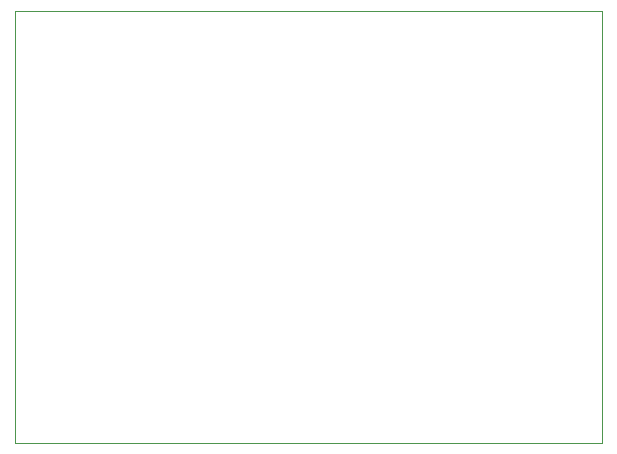
<source format=gm1>
G04 #@! TF.GenerationSoftware,KiCad,Pcbnew,8.0.5*
G04 #@! TF.CreationDate,2025-01-03T23:13:30-05:00*
G04 #@! TF.ProjectId,PierogiNixiePSU,50696572-6f67-4694-9e69-786965505355,rev?*
G04 #@! TF.SameCoordinates,Original*
G04 #@! TF.FileFunction,Profile,NP*
%FSLAX46Y46*%
G04 Gerber Fmt 4.6, Leading zero omitted, Abs format (unit mm)*
G04 Created by KiCad (PCBNEW 8.0.5) date 2025-01-03 23:13:30*
%MOMM*%
%LPD*%
G01*
G04 APERTURE LIST*
G04 #@! TA.AperFunction,Profile*
%ADD10C,0.050000*%
G04 #@! TD*
G04 APERTURE END LIST*
D10*
X20800000Y-21400000D02*
X70500000Y-21400000D01*
X70500000Y-58000000D01*
X20800000Y-58000000D01*
X20800000Y-21400000D01*
M02*

</source>
